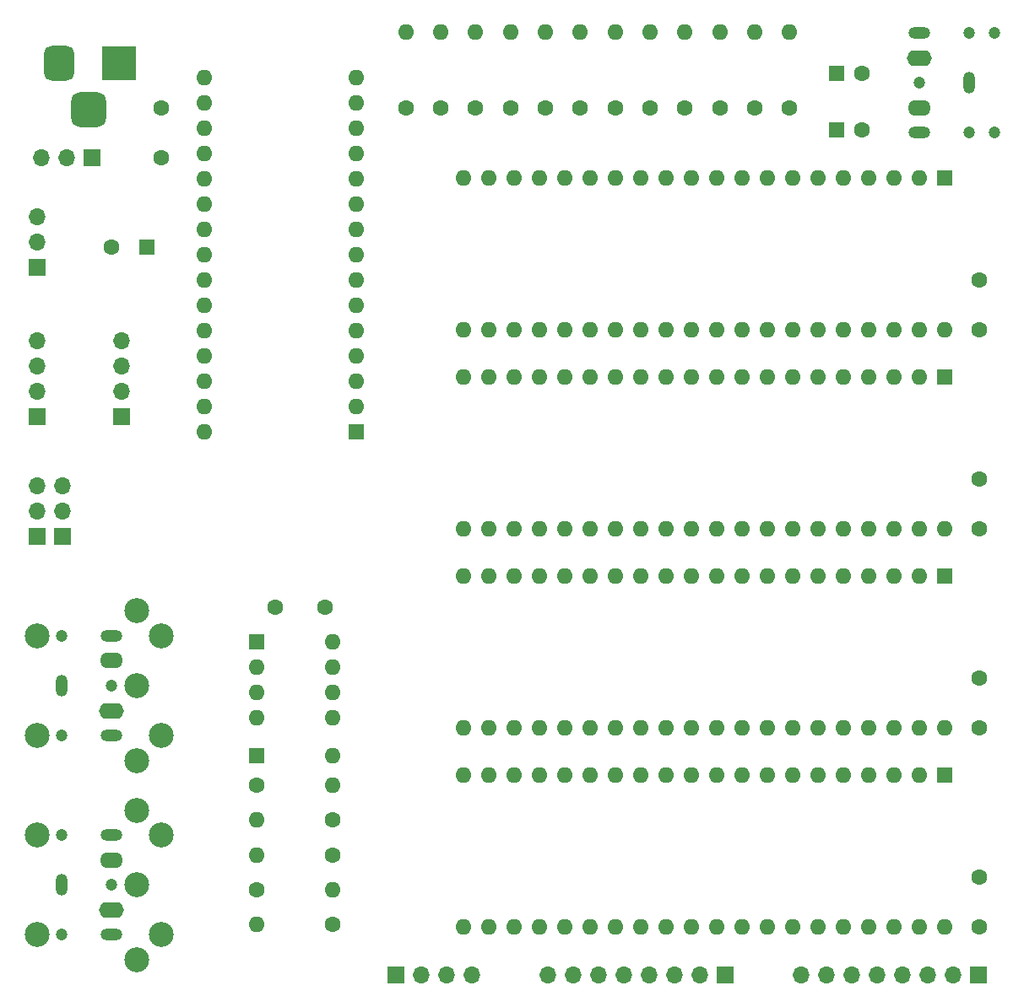
<source format=gbr>
%TF.GenerationSoftware,KiCad,Pcbnew,8.0.7*%
%TF.CreationDate,2025-07-29T19:22:15+01:00*%
%TF.ProjectId,AY-3-8910 Experimenter,41592d33-2d38-4393-9130-204578706572,rev?*%
%TF.SameCoordinates,Original*%
%TF.FileFunction,Soldermask,Bot*%
%TF.FilePolarity,Negative*%
%FSLAX46Y46*%
G04 Gerber Fmt 4.6, Leading zero omitted, Abs format (unit mm)*
G04 Created by KiCad (PCBNEW 8.0.7) date 2025-07-29 19:22:15*
%MOMM*%
%LPD*%
G01*
G04 APERTURE LIST*
G04 Aperture macros list*
%AMRoundRect*
0 Rectangle with rounded corners*
0 $1 Rounding radius*
0 $2 $3 $4 $5 $6 $7 $8 $9 X,Y pos of 4 corners*
0 Add a 4 corners polygon primitive as box body*
4,1,4,$2,$3,$4,$5,$6,$7,$8,$9,$2,$3,0*
0 Add four circle primitives for the rounded corners*
1,1,$1+$1,$2,$3*
1,1,$1+$1,$4,$5*
1,1,$1+$1,$6,$7*
1,1,$1+$1,$8,$9*
0 Add four rect primitives between the rounded corners*
20,1,$1+$1,$2,$3,$4,$5,0*
20,1,$1+$1,$4,$5,$6,$7,0*
20,1,$1+$1,$6,$7,$8,$9,0*
20,1,$1+$1,$8,$9,$2,$3,0*%
G04 Aperture macros list end*
%ADD10C,1.600000*%
%ADD11O,1.600000X1.600000*%
%ADD12R,1.600000X1.600000*%
%ADD13C,2.499360*%
%ADD14C,1.200000*%
%ADD15O,1.200000X2.200000*%
%ADD16O,2.200000X1.200000*%
%ADD17O,2.300000X1.600000*%
%ADD18O,2.500000X1.600000*%
%ADD19R,1.700000X1.700000*%
%ADD20O,1.700000X1.700000*%
%ADD21R,3.500000X3.500000*%
%ADD22RoundRect,0.750000X-0.750000X-1.000000X0.750000X-1.000000X0.750000X1.000000X-0.750000X1.000000X0*%
%ADD23RoundRect,0.875000X-0.875000X-0.875000X0.875000X-0.875000X0.875000X0.875000X-0.875000X0.875000X0*%
G04 APERTURE END LIST*
D10*
%TO.C,C3*%
X64500000Y-65000000D03*
X64500000Y-60000000D03*
%TD*%
%TO.C,R6*%
X120500000Y-60000000D03*
D11*
X120500000Y-52380000D03*
%TD*%
D12*
%TO.C,U3*%
X143000000Y-107000000D03*
D11*
X140460000Y-107000000D03*
X137920000Y-107000000D03*
X135380000Y-107000000D03*
X132840000Y-107000000D03*
X130300000Y-107000000D03*
X127760000Y-107000000D03*
X125220000Y-107000000D03*
X122680000Y-107000000D03*
X120140000Y-107000000D03*
X117600000Y-107000000D03*
X115060000Y-107000000D03*
X112520000Y-107000000D03*
X109980000Y-107000000D03*
X107440000Y-107000000D03*
X104900000Y-107000000D03*
X102360000Y-107000000D03*
X99820000Y-107000000D03*
X97280000Y-107000000D03*
X94740000Y-107000000D03*
X94740000Y-122240000D03*
X97280000Y-122240000D03*
X99820000Y-122240000D03*
X102360000Y-122240000D03*
X104900000Y-122240000D03*
X107440000Y-122240000D03*
X109980000Y-122240000D03*
X112520000Y-122240000D03*
X115060000Y-122240000D03*
X117600000Y-122240000D03*
X120140000Y-122240000D03*
X122680000Y-122240000D03*
X125220000Y-122240000D03*
X127760000Y-122240000D03*
X130300000Y-122240000D03*
X132840000Y-122240000D03*
X135380000Y-122240000D03*
X137920000Y-122240000D03*
X140460000Y-122240000D03*
X143000000Y-122240000D03*
%TD*%
D13*
%TO.C,OUT1*%
X51992560Y-132998740D03*
D14*
X54500260Y-133000000D03*
X59500260Y-138000000D03*
X54500260Y-143000000D03*
D13*
X51992560Y-143001260D03*
X61987460Y-145498080D03*
X61990000Y-138000000D03*
D15*
X54500260Y-138000000D03*
D13*
X61987460Y-130501920D03*
D16*
X59500260Y-133000000D03*
D13*
X64489360Y-142996180D03*
X64489360Y-133003820D03*
D16*
X59500260Y-143000000D03*
D17*
X59500260Y-135500000D03*
D18*
X59500260Y-140500000D03*
%TD*%
D10*
%TO.C,R12*%
X99500000Y-60000000D03*
D11*
X99500000Y-52380000D03*
%TD*%
D10*
%TO.C,R9*%
X110000000Y-60000000D03*
D11*
X110000000Y-52380000D03*
%TD*%
D10*
%TO.C,R7*%
X124000000Y-60000000D03*
D11*
X124000000Y-52380000D03*
%TD*%
D19*
%TO.C,J4*%
X146420000Y-147000000D03*
D20*
X143880000Y-147000000D03*
X141340000Y-147000000D03*
X138800000Y-147000000D03*
X136260000Y-147000000D03*
X133720000Y-147000000D03*
X131180000Y-147000000D03*
X128640000Y-147000000D03*
%TD*%
D10*
%TO.C,R3*%
X74000000Y-138500000D03*
D11*
X81620000Y-138500000D03*
%TD*%
D10*
%TO.C,R11*%
X117000000Y-60000000D03*
D11*
X117000000Y-52380000D03*
%TD*%
D12*
%TO.C,C5*%
X132200000Y-62200000D03*
D10*
X134700000Y-62200000D03*
%TD*%
%TO.C,R15*%
X92500000Y-60000000D03*
D11*
X92500000Y-52380000D03*
%TD*%
D10*
%TO.C,C2*%
X80900000Y-110100000D03*
X75900000Y-110100000D03*
%TD*%
D12*
%TO.C,U5*%
X84000000Y-92500000D03*
D11*
X84000000Y-89960000D03*
X84000000Y-87420000D03*
X84000000Y-84880000D03*
X84000000Y-82340000D03*
X84000000Y-79800000D03*
X84000000Y-77260000D03*
X84000000Y-74720000D03*
X84000000Y-72180000D03*
X84000000Y-69640000D03*
X84000000Y-67100000D03*
X84000000Y-64560000D03*
X84000000Y-62020000D03*
X84000000Y-59480000D03*
X84000000Y-56940000D03*
X68760000Y-56940000D03*
X68760000Y-59480000D03*
X68760000Y-62020000D03*
X68760000Y-64560000D03*
X68760000Y-67100000D03*
X68760000Y-69640000D03*
X68760000Y-72180000D03*
X68760000Y-74720000D03*
X68760000Y-77260000D03*
X68760000Y-79800000D03*
X68760000Y-82340000D03*
X68760000Y-84880000D03*
X68760000Y-87420000D03*
X68760000Y-89960000D03*
X68760000Y-92500000D03*
%TD*%
D10*
%TO.C,C7*%
X146500000Y-102240000D03*
X146500000Y-97240000D03*
%TD*%
D12*
%TO.C,D1*%
X74000000Y-125000000D03*
D11*
X81620000Y-125000000D03*
%TD*%
D12*
%TO.C,U2*%
X143000000Y-87000000D03*
D11*
X140460000Y-87000000D03*
X137920000Y-87000000D03*
X135380000Y-87000000D03*
X132840000Y-87000000D03*
X130300000Y-87000000D03*
X127760000Y-87000000D03*
X125220000Y-87000000D03*
X122680000Y-87000000D03*
X120140000Y-87000000D03*
X117600000Y-87000000D03*
X115060000Y-87000000D03*
X112520000Y-87000000D03*
X109980000Y-87000000D03*
X107440000Y-87000000D03*
X104900000Y-87000000D03*
X102360000Y-87000000D03*
X99820000Y-87000000D03*
X97280000Y-87000000D03*
X94740000Y-87000000D03*
X94740000Y-102240000D03*
X97280000Y-102240000D03*
X99820000Y-102240000D03*
X102360000Y-102240000D03*
X104900000Y-102240000D03*
X107440000Y-102240000D03*
X109980000Y-102240000D03*
X112520000Y-102240000D03*
X115060000Y-102240000D03*
X117600000Y-102240000D03*
X120140000Y-102240000D03*
X122680000Y-102240000D03*
X125220000Y-102240000D03*
X127760000Y-102240000D03*
X130300000Y-102240000D03*
X132840000Y-102240000D03*
X135380000Y-102240000D03*
X137920000Y-102240000D03*
X140460000Y-102240000D03*
X143000000Y-102240000D03*
%TD*%
D10*
%TO.C,C6*%
X146500000Y-82240000D03*
X146500000Y-77240000D03*
%TD*%
%TO.C,R13*%
X103000000Y-60000000D03*
D11*
X103000000Y-52380000D03*
%TD*%
D13*
%TO.C,IN1*%
X51992560Y-112998740D03*
D14*
X54500260Y-113000000D03*
X59500260Y-118000000D03*
X54500260Y-123000000D03*
D13*
X51992560Y-123001260D03*
X61987460Y-125498080D03*
X61990000Y-118000000D03*
D15*
X54500260Y-118000000D03*
D13*
X61987460Y-110501920D03*
D16*
X59500260Y-113000000D03*
D13*
X64489360Y-122996180D03*
X64489360Y-113003820D03*
D16*
X59500260Y-123000000D03*
D17*
X59500260Y-115500000D03*
D18*
X59500260Y-120500000D03*
%TD*%
D10*
%TO.C,R8*%
X127500000Y-60000000D03*
D11*
X127500000Y-52380000D03*
%TD*%
D12*
%TO.C,C1*%
X63000000Y-74000000D03*
D10*
X59500000Y-74000000D03*
%TD*%
D19*
%TO.C,J1*%
X52000000Y-76000000D03*
D20*
X52000000Y-73460000D03*
X52000000Y-70920000D03*
%TD*%
D10*
%TO.C,R2*%
X74000000Y-128000000D03*
D11*
X81620000Y-128000000D03*
%TD*%
D10*
%TO.C,R16*%
X96000000Y-60000000D03*
D11*
X96000000Y-52380000D03*
%TD*%
D19*
%TO.C,J6*%
X54540000Y-103000000D03*
D20*
X54540000Y-100460000D03*
X54540000Y-97920000D03*
%TD*%
D12*
%TO.C,C4*%
X132200000Y-56500000D03*
D10*
X134700000Y-56500000D03*
%TD*%
%TO.C,C8*%
X146500000Y-122240000D03*
X146500000Y-117240000D03*
%TD*%
%TO.C,R14*%
X106500000Y-60000000D03*
D11*
X106500000Y-52380000D03*
%TD*%
D12*
%TO.C,U6*%
X74000000Y-113600000D03*
D11*
X74000000Y-116140000D03*
X74000000Y-118680000D03*
X74000000Y-121220000D03*
X81620000Y-121220000D03*
X81620000Y-118680000D03*
X81620000Y-116140000D03*
X81620000Y-113600000D03*
%TD*%
D19*
%TO.C,J10*%
X60500000Y-91000000D03*
D20*
X60500000Y-88460000D03*
X60500000Y-85920000D03*
X60500000Y-83380000D03*
%TD*%
D19*
%TO.C,J8*%
X121020000Y-147000000D03*
D20*
X118480000Y-147000000D03*
X115940000Y-147000000D03*
X113400000Y-147000000D03*
X110860000Y-147000000D03*
X108320000Y-147000000D03*
X105780000Y-147000000D03*
X103240000Y-147000000D03*
%TD*%
D10*
%TO.C,R17*%
X89000000Y-60000000D03*
D11*
X89000000Y-52380000D03*
%TD*%
D21*
%TO.C,J5*%
X60225000Y-55500000D03*
D22*
X54225000Y-55500000D03*
D23*
X57225000Y-60200000D03*
%TD*%
D10*
%TO.C,R5*%
X81620000Y-135000000D03*
D11*
X74000000Y-135000000D03*
%TD*%
D19*
%TO.C,J2*%
X52000000Y-91000000D03*
D20*
X52000000Y-88460000D03*
X52000000Y-85920000D03*
X52000000Y-83380000D03*
%TD*%
D12*
%TO.C,U1*%
X143000000Y-67000000D03*
D11*
X140460000Y-67000000D03*
X137920000Y-67000000D03*
X135380000Y-67000000D03*
X132840000Y-67000000D03*
X130300000Y-67000000D03*
X127760000Y-67000000D03*
X125220000Y-67000000D03*
X122680000Y-67000000D03*
X120140000Y-67000000D03*
X117600000Y-67000000D03*
X115060000Y-67000000D03*
X112520000Y-67000000D03*
X109980000Y-67000000D03*
X107440000Y-67000000D03*
X104900000Y-67000000D03*
X102360000Y-67000000D03*
X99820000Y-67000000D03*
X97280000Y-67000000D03*
X94740000Y-67000000D03*
X94740000Y-82240000D03*
X97280000Y-82240000D03*
X99820000Y-82240000D03*
X102360000Y-82240000D03*
X104900000Y-82240000D03*
X107440000Y-82240000D03*
X109980000Y-82240000D03*
X112520000Y-82240000D03*
X115060000Y-82240000D03*
X117600000Y-82240000D03*
X120140000Y-82240000D03*
X122680000Y-82240000D03*
X125220000Y-82240000D03*
X127760000Y-82240000D03*
X130300000Y-82240000D03*
X132840000Y-82240000D03*
X135380000Y-82240000D03*
X137920000Y-82240000D03*
X140460000Y-82240000D03*
X143000000Y-82240000D03*
%TD*%
D14*
%TO.C,J3*%
X145500000Y-62500000D03*
X148000000Y-62500000D03*
X140500000Y-57500000D03*
X145500000Y-52500000D03*
X148000000Y-52500000D03*
D16*
X140500000Y-62500000D03*
D17*
X140500000Y-60000000D03*
D15*
X145500000Y-57500000D03*
D16*
X140500000Y-52500000D03*
D18*
X140500000Y-55000000D03*
%TD*%
D19*
%TO.C,SW1*%
X57500000Y-65000000D03*
D20*
X54960000Y-65000000D03*
X52420000Y-65000000D03*
%TD*%
D10*
%TO.C,C9*%
X146500000Y-142240000D03*
X146500000Y-137240000D03*
%TD*%
%TO.C,R10*%
X113500000Y-60000000D03*
D11*
X113500000Y-52380000D03*
%TD*%
D12*
%TO.C,U4*%
X143000000Y-127000000D03*
D11*
X140460000Y-127000000D03*
X137920000Y-127000000D03*
X135380000Y-127000000D03*
X132840000Y-127000000D03*
X130300000Y-127000000D03*
X127760000Y-127000000D03*
X125220000Y-127000000D03*
X122680000Y-127000000D03*
X120140000Y-127000000D03*
X117600000Y-127000000D03*
X115060000Y-127000000D03*
X112520000Y-127000000D03*
X109980000Y-127000000D03*
X107440000Y-127000000D03*
X104900000Y-127000000D03*
X102360000Y-127000000D03*
X99820000Y-127000000D03*
X97280000Y-127000000D03*
X94740000Y-127000000D03*
X94740000Y-142240000D03*
X97280000Y-142240000D03*
X99820000Y-142240000D03*
X102360000Y-142240000D03*
X104900000Y-142240000D03*
X107440000Y-142240000D03*
X109980000Y-142240000D03*
X112520000Y-142240000D03*
X115060000Y-142240000D03*
X117600000Y-142240000D03*
X120140000Y-142240000D03*
X122680000Y-142240000D03*
X125220000Y-142240000D03*
X127760000Y-142240000D03*
X130300000Y-142240000D03*
X132840000Y-142240000D03*
X135380000Y-142240000D03*
X137920000Y-142240000D03*
X140460000Y-142240000D03*
X143000000Y-142240000D03*
%TD*%
D10*
%TO.C,R4*%
X81620000Y-131500000D03*
D11*
X74000000Y-131500000D03*
%TD*%
D19*
%TO.C,J7*%
X52000000Y-103000000D03*
D20*
X52000000Y-100460000D03*
X52000000Y-97920000D03*
%TD*%
D10*
%TO.C,R1*%
X81620000Y-142000000D03*
D11*
X74000000Y-142000000D03*
%TD*%
D19*
%TO.C,J9*%
X88000000Y-147000000D03*
D20*
X90540000Y-147000000D03*
X93080000Y-147000000D03*
X95620000Y-147000000D03*
%TD*%
M02*

</source>
